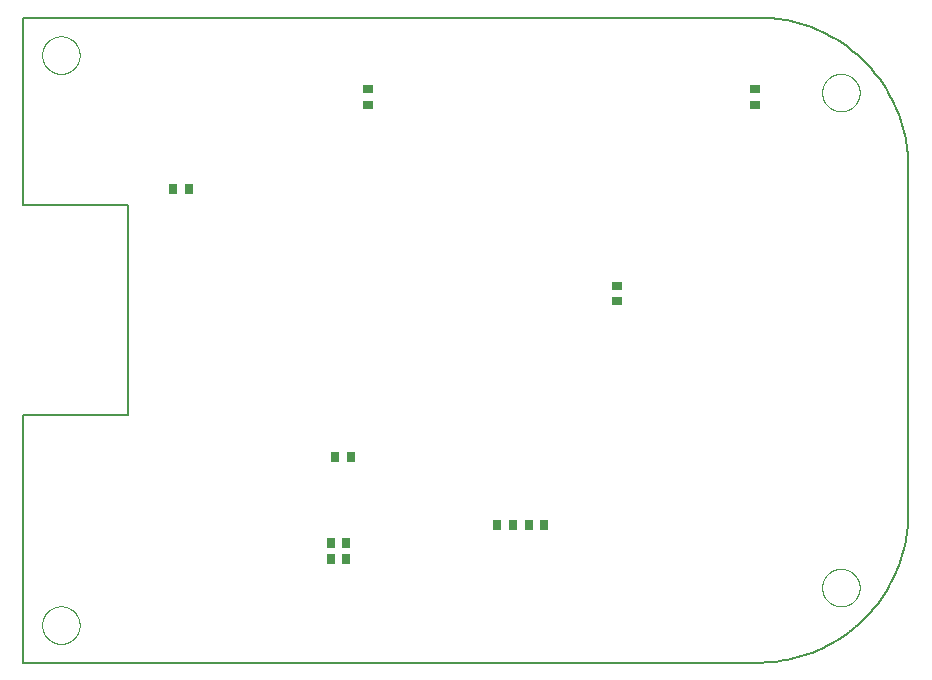
<source format=gbp>
G75*
%MOIN*%
%OFA0B0*%
%FSLAX25Y25*%
%IPPOS*%
%LPD*%
%AMOC8*
5,1,8,0,0,1.08239X$1,22.5*
%
%ADD10C,0.00800*%
%ADD11R,0.02756X0.03543*%
%ADD12C,0.00000*%
%ADD13R,0.03543X0.02756*%
D10*
X0055400Y0026400D02*
X0300400Y0026400D01*
X0301608Y0026415D01*
X0302816Y0026458D01*
X0304022Y0026531D01*
X0305226Y0026633D01*
X0306427Y0026765D01*
X0307624Y0026925D01*
X0308818Y0027114D01*
X0310006Y0027331D01*
X0311189Y0027578D01*
X0312366Y0027853D01*
X0313535Y0028156D01*
X0314697Y0028488D01*
X0315851Y0028847D01*
X0316995Y0029234D01*
X0318130Y0029649D01*
X0319255Y0030091D01*
X0320368Y0030560D01*
X0321470Y0031056D01*
X0322560Y0031579D01*
X0323636Y0032127D01*
X0324699Y0032702D01*
X0325748Y0033302D01*
X0326782Y0033927D01*
X0327801Y0034576D01*
X0328803Y0035251D01*
X0329789Y0035949D01*
X0330758Y0036671D01*
X0331709Y0037416D01*
X0332642Y0038184D01*
X0333556Y0038974D01*
X0334451Y0039787D01*
X0335326Y0040620D01*
X0336180Y0041474D01*
X0337013Y0042349D01*
X0337826Y0043244D01*
X0338616Y0044158D01*
X0339384Y0045091D01*
X0340129Y0046042D01*
X0340851Y0047011D01*
X0341549Y0047997D01*
X0342224Y0048999D01*
X0342873Y0050018D01*
X0343498Y0051052D01*
X0344098Y0052101D01*
X0344673Y0053164D01*
X0345221Y0054240D01*
X0345744Y0055330D01*
X0346240Y0056432D01*
X0346709Y0057545D01*
X0347151Y0058670D01*
X0347566Y0059805D01*
X0347953Y0060949D01*
X0348312Y0062103D01*
X0348644Y0063265D01*
X0348947Y0064434D01*
X0349222Y0065611D01*
X0349469Y0066794D01*
X0349686Y0067982D01*
X0349875Y0069176D01*
X0350035Y0070373D01*
X0350167Y0071574D01*
X0350269Y0072778D01*
X0350342Y0073984D01*
X0350385Y0075192D01*
X0350400Y0076400D01*
X0350400Y0191400D01*
X0350385Y0192608D01*
X0350342Y0193816D01*
X0350269Y0195022D01*
X0350167Y0196226D01*
X0350035Y0197427D01*
X0349875Y0198624D01*
X0349686Y0199818D01*
X0349469Y0201006D01*
X0349222Y0202189D01*
X0348947Y0203366D01*
X0348644Y0204535D01*
X0348312Y0205697D01*
X0347953Y0206851D01*
X0347566Y0207995D01*
X0347151Y0209130D01*
X0346709Y0210255D01*
X0346240Y0211368D01*
X0345744Y0212470D01*
X0345221Y0213560D01*
X0344673Y0214636D01*
X0344098Y0215699D01*
X0343498Y0216748D01*
X0342873Y0217782D01*
X0342224Y0218801D01*
X0341549Y0219803D01*
X0340851Y0220789D01*
X0340129Y0221758D01*
X0339384Y0222709D01*
X0338616Y0223642D01*
X0337826Y0224556D01*
X0337013Y0225451D01*
X0336180Y0226326D01*
X0335326Y0227180D01*
X0334451Y0228013D01*
X0333556Y0228826D01*
X0332642Y0229616D01*
X0331709Y0230384D01*
X0330758Y0231129D01*
X0329789Y0231851D01*
X0328803Y0232549D01*
X0327801Y0233224D01*
X0326782Y0233873D01*
X0325748Y0234498D01*
X0324699Y0235098D01*
X0323636Y0235673D01*
X0322560Y0236221D01*
X0321470Y0236744D01*
X0320368Y0237240D01*
X0319255Y0237709D01*
X0318130Y0238151D01*
X0316995Y0238566D01*
X0315851Y0238953D01*
X0314697Y0239312D01*
X0313535Y0239644D01*
X0312366Y0239947D01*
X0311189Y0240222D01*
X0310006Y0240469D01*
X0308818Y0240686D01*
X0307624Y0240875D01*
X0306427Y0241035D01*
X0305226Y0241167D01*
X0304022Y0241269D01*
X0302816Y0241342D01*
X0301608Y0241385D01*
X0300400Y0241400D01*
X0055400Y0241400D01*
X0055400Y0178900D01*
X0090400Y0178900D01*
X0090400Y0108900D01*
X0055400Y0108900D01*
X0055400Y0026400D01*
D11*
X0157841Y0060900D03*
X0162959Y0060900D03*
X0162959Y0066400D03*
X0157841Y0066400D03*
X0159341Y0094900D03*
X0164459Y0094900D03*
X0213341Y0072400D03*
X0218459Y0072400D03*
X0223841Y0072400D03*
X0228959Y0072400D03*
X0110459Y0184400D03*
X0105341Y0184400D03*
D12*
X0061650Y0228900D02*
X0061652Y0229058D01*
X0061658Y0229215D01*
X0061668Y0229373D01*
X0061682Y0229530D01*
X0061700Y0229686D01*
X0061721Y0229843D01*
X0061747Y0229998D01*
X0061777Y0230153D01*
X0061810Y0230307D01*
X0061848Y0230460D01*
X0061889Y0230613D01*
X0061934Y0230764D01*
X0061983Y0230914D01*
X0062036Y0231062D01*
X0062092Y0231210D01*
X0062153Y0231355D01*
X0062216Y0231500D01*
X0062284Y0231642D01*
X0062355Y0231783D01*
X0062429Y0231922D01*
X0062507Y0232059D01*
X0062589Y0232194D01*
X0062673Y0232327D01*
X0062762Y0232458D01*
X0062853Y0232586D01*
X0062948Y0232713D01*
X0063045Y0232836D01*
X0063146Y0232958D01*
X0063250Y0233076D01*
X0063357Y0233192D01*
X0063467Y0233305D01*
X0063579Y0233416D01*
X0063695Y0233523D01*
X0063813Y0233628D01*
X0063933Y0233730D01*
X0064056Y0233828D01*
X0064182Y0233924D01*
X0064310Y0234016D01*
X0064440Y0234105D01*
X0064572Y0234191D01*
X0064707Y0234273D01*
X0064844Y0234352D01*
X0064982Y0234427D01*
X0065122Y0234499D01*
X0065265Y0234567D01*
X0065408Y0234632D01*
X0065554Y0234693D01*
X0065701Y0234750D01*
X0065849Y0234804D01*
X0065999Y0234854D01*
X0066149Y0234900D01*
X0066301Y0234942D01*
X0066454Y0234981D01*
X0066608Y0235015D01*
X0066763Y0235046D01*
X0066918Y0235072D01*
X0067074Y0235095D01*
X0067231Y0235114D01*
X0067388Y0235129D01*
X0067545Y0235140D01*
X0067703Y0235147D01*
X0067861Y0235150D01*
X0068018Y0235149D01*
X0068176Y0235144D01*
X0068333Y0235135D01*
X0068491Y0235122D01*
X0068647Y0235105D01*
X0068804Y0235084D01*
X0068959Y0235060D01*
X0069114Y0235031D01*
X0069269Y0234998D01*
X0069422Y0234962D01*
X0069575Y0234921D01*
X0069726Y0234877D01*
X0069876Y0234829D01*
X0070025Y0234778D01*
X0070173Y0234722D01*
X0070319Y0234663D01*
X0070464Y0234600D01*
X0070607Y0234533D01*
X0070748Y0234463D01*
X0070887Y0234390D01*
X0071025Y0234313D01*
X0071161Y0234232D01*
X0071294Y0234148D01*
X0071425Y0234061D01*
X0071554Y0233970D01*
X0071681Y0233876D01*
X0071806Y0233779D01*
X0071927Y0233679D01*
X0072047Y0233576D01*
X0072163Y0233470D01*
X0072277Y0233361D01*
X0072389Y0233249D01*
X0072497Y0233135D01*
X0072602Y0233017D01*
X0072705Y0232897D01*
X0072804Y0232775D01*
X0072900Y0232650D01*
X0072993Y0232522D01*
X0073083Y0232393D01*
X0073169Y0232261D01*
X0073253Y0232127D01*
X0073332Y0231991D01*
X0073409Y0231853D01*
X0073481Y0231713D01*
X0073550Y0231571D01*
X0073616Y0231428D01*
X0073678Y0231283D01*
X0073736Y0231136D01*
X0073791Y0230988D01*
X0073842Y0230839D01*
X0073889Y0230688D01*
X0073932Y0230537D01*
X0073971Y0230384D01*
X0074007Y0230230D01*
X0074038Y0230076D01*
X0074066Y0229921D01*
X0074090Y0229765D01*
X0074110Y0229608D01*
X0074126Y0229451D01*
X0074138Y0229294D01*
X0074146Y0229137D01*
X0074150Y0228979D01*
X0074150Y0228821D01*
X0074146Y0228663D01*
X0074138Y0228506D01*
X0074126Y0228349D01*
X0074110Y0228192D01*
X0074090Y0228035D01*
X0074066Y0227879D01*
X0074038Y0227724D01*
X0074007Y0227570D01*
X0073971Y0227416D01*
X0073932Y0227263D01*
X0073889Y0227112D01*
X0073842Y0226961D01*
X0073791Y0226812D01*
X0073736Y0226664D01*
X0073678Y0226517D01*
X0073616Y0226372D01*
X0073550Y0226229D01*
X0073481Y0226087D01*
X0073409Y0225947D01*
X0073332Y0225809D01*
X0073253Y0225673D01*
X0073169Y0225539D01*
X0073083Y0225407D01*
X0072993Y0225278D01*
X0072900Y0225150D01*
X0072804Y0225025D01*
X0072705Y0224903D01*
X0072602Y0224783D01*
X0072497Y0224665D01*
X0072389Y0224551D01*
X0072277Y0224439D01*
X0072163Y0224330D01*
X0072047Y0224224D01*
X0071927Y0224121D01*
X0071806Y0224021D01*
X0071681Y0223924D01*
X0071554Y0223830D01*
X0071425Y0223739D01*
X0071294Y0223652D01*
X0071161Y0223568D01*
X0071025Y0223487D01*
X0070887Y0223410D01*
X0070748Y0223337D01*
X0070607Y0223267D01*
X0070464Y0223200D01*
X0070319Y0223137D01*
X0070173Y0223078D01*
X0070025Y0223022D01*
X0069876Y0222971D01*
X0069726Y0222923D01*
X0069575Y0222879D01*
X0069422Y0222838D01*
X0069269Y0222802D01*
X0069114Y0222769D01*
X0068959Y0222740D01*
X0068804Y0222716D01*
X0068647Y0222695D01*
X0068491Y0222678D01*
X0068333Y0222665D01*
X0068176Y0222656D01*
X0068018Y0222651D01*
X0067861Y0222650D01*
X0067703Y0222653D01*
X0067545Y0222660D01*
X0067388Y0222671D01*
X0067231Y0222686D01*
X0067074Y0222705D01*
X0066918Y0222728D01*
X0066763Y0222754D01*
X0066608Y0222785D01*
X0066454Y0222819D01*
X0066301Y0222858D01*
X0066149Y0222900D01*
X0065999Y0222946D01*
X0065849Y0222996D01*
X0065701Y0223050D01*
X0065554Y0223107D01*
X0065408Y0223168D01*
X0065265Y0223233D01*
X0065122Y0223301D01*
X0064982Y0223373D01*
X0064844Y0223448D01*
X0064707Y0223527D01*
X0064572Y0223609D01*
X0064440Y0223695D01*
X0064310Y0223784D01*
X0064182Y0223876D01*
X0064056Y0223972D01*
X0063933Y0224070D01*
X0063813Y0224172D01*
X0063695Y0224277D01*
X0063579Y0224384D01*
X0063467Y0224495D01*
X0063357Y0224608D01*
X0063250Y0224724D01*
X0063146Y0224842D01*
X0063045Y0224964D01*
X0062948Y0225087D01*
X0062853Y0225214D01*
X0062762Y0225342D01*
X0062673Y0225473D01*
X0062589Y0225606D01*
X0062507Y0225741D01*
X0062429Y0225878D01*
X0062355Y0226017D01*
X0062284Y0226158D01*
X0062216Y0226300D01*
X0062153Y0226445D01*
X0062092Y0226590D01*
X0062036Y0226738D01*
X0061983Y0226886D01*
X0061934Y0227036D01*
X0061889Y0227187D01*
X0061848Y0227340D01*
X0061810Y0227493D01*
X0061777Y0227647D01*
X0061747Y0227802D01*
X0061721Y0227957D01*
X0061700Y0228114D01*
X0061682Y0228270D01*
X0061668Y0228427D01*
X0061658Y0228585D01*
X0061652Y0228742D01*
X0061650Y0228900D01*
X0061650Y0038900D02*
X0061652Y0039058D01*
X0061658Y0039215D01*
X0061668Y0039373D01*
X0061682Y0039530D01*
X0061700Y0039686D01*
X0061721Y0039843D01*
X0061747Y0039998D01*
X0061777Y0040153D01*
X0061810Y0040307D01*
X0061848Y0040460D01*
X0061889Y0040613D01*
X0061934Y0040764D01*
X0061983Y0040914D01*
X0062036Y0041062D01*
X0062092Y0041210D01*
X0062153Y0041355D01*
X0062216Y0041500D01*
X0062284Y0041642D01*
X0062355Y0041783D01*
X0062429Y0041922D01*
X0062507Y0042059D01*
X0062589Y0042194D01*
X0062673Y0042327D01*
X0062762Y0042458D01*
X0062853Y0042586D01*
X0062948Y0042713D01*
X0063045Y0042836D01*
X0063146Y0042958D01*
X0063250Y0043076D01*
X0063357Y0043192D01*
X0063467Y0043305D01*
X0063579Y0043416D01*
X0063695Y0043523D01*
X0063813Y0043628D01*
X0063933Y0043730D01*
X0064056Y0043828D01*
X0064182Y0043924D01*
X0064310Y0044016D01*
X0064440Y0044105D01*
X0064572Y0044191D01*
X0064707Y0044273D01*
X0064844Y0044352D01*
X0064982Y0044427D01*
X0065122Y0044499D01*
X0065265Y0044567D01*
X0065408Y0044632D01*
X0065554Y0044693D01*
X0065701Y0044750D01*
X0065849Y0044804D01*
X0065999Y0044854D01*
X0066149Y0044900D01*
X0066301Y0044942D01*
X0066454Y0044981D01*
X0066608Y0045015D01*
X0066763Y0045046D01*
X0066918Y0045072D01*
X0067074Y0045095D01*
X0067231Y0045114D01*
X0067388Y0045129D01*
X0067545Y0045140D01*
X0067703Y0045147D01*
X0067861Y0045150D01*
X0068018Y0045149D01*
X0068176Y0045144D01*
X0068333Y0045135D01*
X0068491Y0045122D01*
X0068647Y0045105D01*
X0068804Y0045084D01*
X0068959Y0045060D01*
X0069114Y0045031D01*
X0069269Y0044998D01*
X0069422Y0044962D01*
X0069575Y0044921D01*
X0069726Y0044877D01*
X0069876Y0044829D01*
X0070025Y0044778D01*
X0070173Y0044722D01*
X0070319Y0044663D01*
X0070464Y0044600D01*
X0070607Y0044533D01*
X0070748Y0044463D01*
X0070887Y0044390D01*
X0071025Y0044313D01*
X0071161Y0044232D01*
X0071294Y0044148D01*
X0071425Y0044061D01*
X0071554Y0043970D01*
X0071681Y0043876D01*
X0071806Y0043779D01*
X0071927Y0043679D01*
X0072047Y0043576D01*
X0072163Y0043470D01*
X0072277Y0043361D01*
X0072389Y0043249D01*
X0072497Y0043135D01*
X0072602Y0043017D01*
X0072705Y0042897D01*
X0072804Y0042775D01*
X0072900Y0042650D01*
X0072993Y0042522D01*
X0073083Y0042393D01*
X0073169Y0042261D01*
X0073253Y0042127D01*
X0073332Y0041991D01*
X0073409Y0041853D01*
X0073481Y0041713D01*
X0073550Y0041571D01*
X0073616Y0041428D01*
X0073678Y0041283D01*
X0073736Y0041136D01*
X0073791Y0040988D01*
X0073842Y0040839D01*
X0073889Y0040688D01*
X0073932Y0040537D01*
X0073971Y0040384D01*
X0074007Y0040230D01*
X0074038Y0040076D01*
X0074066Y0039921D01*
X0074090Y0039765D01*
X0074110Y0039608D01*
X0074126Y0039451D01*
X0074138Y0039294D01*
X0074146Y0039137D01*
X0074150Y0038979D01*
X0074150Y0038821D01*
X0074146Y0038663D01*
X0074138Y0038506D01*
X0074126Y0038349D01*
X0074110Y0038192D01*
X0074090Y0038035D01*
X0074066Y0037879D01*
X0074038Y0037724D01*
X0074007Y0037570D01*
X0073971Y0037416D01*
X0073932Y0037263D01*
X0073889Y0037112D01*
X0073842Y0036961D01*
X0073791Y0036812D01*
X0073736Y0036664D01*
X0073678Y0036517D01*
X0073616Y0036372D01*
X0073550Y0036229D01*
X0073481Y0036087D01*
X0073409Y0035947D01*
X0073332Y0035809D01*
X0073253Y0035673D01*
X0073169Y0035539D01*
X0073083Y0035407D01*
X0072993Y0035278D01*
X0072900Y0035150D01*
X0072804Y0035025D01*
X0072705Y0034903D01*
X0072602Y0034783D01*
X0072497Y0034665D01*
X0072389Y0034551D01*
X0072277Y0034439D01*
X0072163Y0034330D01*
X0072047Y0034224D01*
X0071927Y0034121D01*
X0071806Y0034021D01*
X0071681Y0033924D01*
X0071554Y0033830D01*
X0071425Y0033739D01*
X0071294Y0033652D01*
X0071161Y0033568D01*
X0071025Y0033487D01*
X0070887Y0033410D01*
X0070748Y0033337D01*
X0070607Y0033267D01*
X0070464Y0033200D01*
X0070319Y0033137D01*
X0070173Y0033078D01*
X0070025Y0033022D01*
X0069876Y0032971D01*
X0069726Y0032923D01*
X0069575Y0032879D01*
X0069422Y0032838D01*
X0069269Y0032802D01*
X0069114Y0032769D01*
X0068959Y0032740D01*
X0068804Y0032716D01*
X0068647Y0032695D01*
X0068491Y0032678D01*
X0068333Y0032665D01*
X0068176Y0032656D01*
X0068018Y0032651D01*
X0067861Y0032650D01*
X0067703Y0032653D01*
X0067545Y0032660D01*
X0067388Y0032671D01*
X0067231Y0032686D01*
X0067074Y0032705D01*
X0066918Y0032728D01*
X0066763Y0032754D01*
X0066608Y0032785D01*
X0066454Y0032819D01*
X0066301Y0032858D01*
X0066149Y0032900D01*
X0065999Y0032946D01*
X0065849Y0032996D01*
X0065701Y0033050D01*
X0065554Y0033107D01*
X0065408Y0033168D01*
X0065265Y0033233D01*
X0065122Y0033301D01*
X0064982Y0033373D01*
X0064844Y0033448D01*
X0064707Y0033527D01*
X0064572Y0033609D01*
X0064440Y0033695D01*
X0064310Y0033784D01*
X0064182Y0033876D01*
X0064056Y0033972D01*
X0063933Y0034070D01*
X0063813Y0034172D01*
X0063695Y0034277D01*
X0063579Y0034384D01*
X0063467Y0034495D01*
X0063357Y0034608D01*
X0063250Y0034724D01*
X0063146Y0034842D01*
X0063045Y0034964D01*
X0062948Y0035087D01*
X0062853Y0035214D01*
X0062762Y0035342D01*
X0062673Y0035473D01*
X0062589Y0035606D01*
X0062507Y0035741D01*
X0062429Y0035878D01*
X0062355Y0036017D01*
X0062284Y0036158D01*
X0062216Y0036300D01*
X0062153Y0036445D01*
X0062092Y0036590D01*
X0062036Y0036738D01*
X0061983Y0036886D01*
X0061934Y0037036D01*
X0061889Y0037187D01*
X0061848Y0037340D01*
X0061810Y0037493D01*
X0061777Y0037647D01*
X0061747Y0037802D01*
X0061721Y0037957D01*
X0061700Y0038114D01*
X0061682Y0038270D01*
X0061668Y0038427D01*
X0061658Y0038585D01*
X0061652Y0038742D01*
X0061650Y0038900D01*
X0321650Y0051400D02*
X0321652Y0051558D01*
X0321658Y0051715D01*
X0321668Y0051873D01*
X0321682Y0052030D01*
X0321700Y0052186D01*
X0321721Y0052343D01*
X0321747Y0052498D01*
X0321777Y0052653D01*
X0321810Y0052807D01*
X0321848Y0052960D01*
X0321889Y0053113D01*
X0321934Y0053264D01*
X0321983Y0053414D01*
X0322036Y0053562D01*
X0322092Y0053710D01*
X0322153Y0053855D01*
X0322216Y0054000D01*
X0322284Y0054142D01*
X0322355Y0054283D01*
X0322429Y0054422D01*
X0322507Y0054559D01*
X0322589Y0054694D01*
X0322673Y0054827D01*
X0322762Y0054958D01*
X0322853Y0055086D01*
X0322948Y0055213D01*
X0323045Y0055336D01*
X0323146Y0055458D01*
X0323250Y0055576D01*
X0323357Y0055692D01*
X0323467Y0055805D01*
X0323579Y0055916D01*
X0323695Y0056023D01*
X0323813Y0056128D01*
X0323933Y0056230D01*
X0324056Y0056328D01*
X0324182Y0056424D01*
X0324310Y0056516D01*
X0324440Y0056605D01*
X0324572Y0056691D01*
X0324707Y0056773D01*
X0324844Y0056852D01*
X0324982Y0056927D01*
X0325122Y0056999D01*
X0325265Y0057067D01*
X0325408Y0057132D01*
X0325554Y0057193D01*
X0325701Y0057250D01*
X0325849Y0057304D01*
X0325999Y0057354D01*
X0326149Y0057400D01*
X0326301Y0057442D01*
X0326454Y0057481D01*
X0326608Y0057515D01*
X0326763Y0057546D01*
X0326918Y0057572D01*
X0327074Y0057595D01*
X0327231Y0057614D01*
X0327388Y0057629D01*
X0327545Y0057640D01*
X0327703Y0057647D01*
X0327861Y0057650D01*
X0328018Y0057649D01*
X0328176Y0057644D01*
X0328333Y0057635D01*
X0328491Y0057622D01*
X0328647Y0057605D01*
X0328804Y0057584D01*
X0328959Y0057560D01*
X0329114Y0057531D01*
X0329269Y0057498D01*
X0329422Y0057462D01*
X0329575Y0057421D01*
X0329726Y0057377D01*
X0329876Y0057329D01*
X0330025Y0057278D01*
X0330173Y0057222D01*
X0330319Y0057163D01*
X0330464Y0057100D01*
X0330607Y0057033D01*
X0330748Y0056963D01*
X0330887Y0056890D01*
X0331025Y0056813D01*
X0331161Y0056732D01*
X0331294Y0056648D01*
X0331425Y0056561D01*
X0331554Y0056470D01*
X0331681Y0056376D01*
X0331806Y0056279D01*
X0331927Y0056179D01*
X0332047Y0056076D01*
X0332163Y0055970D01*
X0332277Y0055861D01*
X0332389Y0055749D01*
X0332497Y0055635D01*
X0332602Y0055517D01*
X0332705Y0055397D01*
X0332804Y0055275D01*
X0332900Y0055150D01*
X0332993Y0055022D01*
X0333083Y0054893D01*
X0333169Y0054761D01*
X0333253Y0054627D01*
X0333332Y0054491D01*
X0333409Y0054353D01*
X0333481Y0054213D01*
X0333550Y0054071D01*
X0333616Y0053928D01*
X0333678Y0053783D01*
X0333736Y0053636D01*
X0333791Y0053488D01*
X0333842Y0053339D01*
X0333889Y0053188D01*
X0333932Y0053037D01*
X0333971Y0052884D01*
X0334007Y0052730D01*
X0334038Y0052576D01*
X0334066Y0052421D01*
X0334090Y0052265D01*
X0334110Y0052108D01*
X0334126Y0051951D01*
X0334138Y0051794D01*
X0334146Y0051637D01*
X0334150Y0051479D01*
X0334150Y0051321D01*
X0334146Y0051163D01*
X0334138Y0051006D01*
X0334126Y0050849D01*
X0334110Y0050692D01*
X0334090Y0050535D01*
X0334066Y0050379D01*
X0334038Y0050224D01*
X0334007Y0050070D01*
X0333971Y0049916D01*
X0333932Y0049763D01*
X0333889Y0049612D01*
X0333842Y0049461D01*
X0333791Y0049312D01*
X0333736Y0049164D01*
X0333678Y0049017D01*
X0333616Y0048872D01*
X0333550Y0048729D01*
X0333481Y0048587D01*
X0333409Y0048447D01*
X0333332Y0048309D01*
X0333253Y0048173D01*
X0333169Y0048039D01*
X0333083Y0047907D01*
X0332993Y0047778D01*
X0332900Y0047650D01*
X0332804Y0047525D01*
X0332705Y0047403D01*
X0332602Y0047283D01*
X0332497Y0047165D01*
X0332389Y0047051D01*
X0332277Y0046939D01*
X0332163Y0046830D01*
X0332047Y0046724D01*
X0331927Y0046621D01*
X0331806Y0046521D01*
X0331681Y0046424D01*
X0331554Y0046330D01*
X0331425Y0046239D01*
X0331294Y0046152D01*
X0331161Y0046068D01*
X0331025Y0045987D01*
X0330887Y0045910D01*
X0330748Y0045837D01*
X0330607Y0045767D01*
X0330464Y0045700D01*
X0330319Y0045637D01*
X0330173Y0045578D01*
X0330025Y0045522D01*
X0329876Y0045471D01*
X0329726Y0045423D01*
X0329575Y0045379D01*
X0329422Y0045338D01*
X0329269Y0045302D01*
X0329114Y0045269D01*
X0328959Y0045240D01*
X0328804Y0045216D01*
X0328647Y0045195D01*
X0328491Y0045178D01*
X0328333Y0045165D01*
X0328176Y0045156D01*
X0328018Y0045151D01*
X0327861Y0045150D01*
X0327703Y0045153D01*
X0327545Y0045160D01*
X0327388Y0045171D01*
X0327231Y0045186D01*
X0327074Y0045205D01*
X0326918Y0045228D01*
X0326763Y0045254D01*
X0326608Y0045285D01*
X0326454Y0045319D01*
X0326301Y0045358D01*
X0326149Y0045400D01*
X0325999Y0045446D01*
X0325849Y0045496D01*
X0325701Y0045550D01*
X0325554Y0045607D01*
X0325408Y0045668D01*
X0325265Y0045733D01*
X0325122Y0045801D01*
X0324982Y0045873D01*
X0324844Y0045948D01*
X0324707Y0046027D01*
X0324572Y0046109D01*
X0324440Y0046195D01*
X0324310Y0046284D01*
X0324182Y0046376D01*
X0324056Y0046472D01*
X0323933Y0046570D01*
X0323813Y0046672D01*
X0323695Y0046777D01*
X0323579Y0046884D01*
X0323467Y0046995D01*
X0323357Y0047108D01*
X0323250Y0047224D01*
X0323146Y0047342D01*
X0323045Y0047464D01*
X0322948Y0047587D01*
X0322853Y0047714D01*
X0322762Y0047842D01*
X0322673Y0047973D01*
X0322589Y0048106D01*
X0322507Y0048241D01*
X0322429Y0048378D01*
X0322355Y0048517D01*
X0322284Y0048658D01*
X0322216Y0048800D01*
X0322153Y0048945D01*
X0322092Y0049090D01*
X0322036Y0049238D01*
X0321983Y0049386D01*
X0321934Y0049536D01*
X0321889Y0049687D01*
X0321848Y0049840D01*
X0321810Y0049993D01*
X0321777Y0050147D01*
X0321747Y0050302D01*
X0321721Y0050457D01*
X0321700Y0050614D01*
X0321682Y0050770D01*
X0321668Y0050927D01*
X0321658Y0051085D01*
X0321652Y0051242D01*
X0321650Y0051400D01*
X0321650Y0216400D02*
X0321652Y0216558D01*
X0321658Y0216715D01*
X0321668Y0216873D01*
X0321682Y0217030D01*
X0321700Y0217186D01*
X0321721Y0217343D01*
X0321747Y0217498D01*
X0321777Y0217653D01*
X0321810Y0217807D01*
X0321848Y0217960D01*
X0321889Y0218113D01*
X0321934Y0218264D01*
X0321983Y0218414D01*
X0322036Y0218562D01*
X0322092Y0218710D01*
X0322153Y0218855D01*
X0322216Y0219000D01*
X0322284Y0219142D01*
X0322355Y0219283D01*
X0322429Y0219422D01*
X0322507Y0219559D01*
X0322589Y0219694D01*
X0322673Y0219827D01*
X0322762Y0219958D01*
X0322853Y0220086D01*
X0322948Y0220213D01*
X0323045Y0220336D01*
X0323146Y0220458D01*
X0323250Y0220576D01*
X0323357Y0220692D01*
X0323467Y0220805D01*
X0323579Y0220916D01*
X0323695Y0221023D01*
X0323813Y0221128D01*
X0323933Y0221230D01*
X0324056Y0221328D01*
X0324182Y0221424D01*
X0324310Y0221516D01*
X0324440Y0221605D01*
X0324572Y0221691D01*
X0324707Y0221773D01*
X0324844Y0221852D01*
X0324982Y0221927D01*
X0325122Y0221999D01*
X0325265Y0222067D01*
X0325408Y0222132D01*
X0325554Y0222193D01*
X0325701Y0222250D01*
X0325849Y0222304D01*
X0325999Y0222354D01*
X0326149Y0222400D01*
X0326301Y0222442D01*
X0326454Y0222481D01*
X0326608Y0222515D01*
X0326763Y0222546D01*
X0326918Y0222572D01*
X0327074Y0222595D01*
X0327231Y0222614D01*
X0327388Y0222629D01*
X0327545Y0222640D01*
X0327703Y0222647D01*
X0327861Y0222650D01*
X0328018Y0222649D01*
X0328176Y0222644D01*
X0328333Y0222635D01*
X0328491Y0222622D01*
X0328647Y0222605D01*
X0328804Y0222584D01*
X0328959Y0222560D01*
X0329114Y0222531D01*
X0329269Y0222498D01*
X0329422Y0222462D01*
X0329575Y0222421D01*
X0329726Y0222377D01*
X0329876Y0222329D01*
X0330025Y0222278D01*
X0330173Y0222222D01*
X0330319Y0222163D01*
X0330464Y0222100D01*
X0330607Y0222033D01*
X0330748Y0221963D01*
X0330887Y0221890D01*
X0331025Y0221813D01*
X0331161Y0221732D01*
X0331294Y0221648D01*
X0331425Y0221561D01*
X0331554Y0221470D01*
X0331681Y0221376D01*
X0331806Y0221279D01*
X0331927Y0221179D01*
X0332047Y0221076D01*
X0332163Y0220970D01*
X0332277Y0220861D01*
X0332389Y0220749D01*
X0332497Y0220635D01*
X0332602Y0220517D01*
X0332705Y0220397D01*
X0332804Y0220275D01*
X0332900Y0220150D01*
X0332993Y0220022D01*
X0333083Y0219893D01*
X0333169Y0219761D01*
X0333253Y0219627D01*
X0333332Y0219491D01*
X0333409Y0219353D01*
X0333481Y0219213D01*
X0333550Y0219071D01*
X0333616Y0218928D01*
X0333678Y0218783D01*
X0333736Y0218636D01*
X0333791Y0218488D01*
X0333842Y0218339D01*
X0333889Y0218188D01*
X0333932Y0218037D01*
X0333971Y0217884D01*
X0334007Y0217730D01*
X0334038Y0217576D01*
X0334066Y0217421D01*
X0334090Y0217265D01*
X0334110Y0217108D01*
X0334126Y0216951D01*
X0334138Y0216794D01*
X0334146Y0216637D01*
X0334150Y0216479D01*
X0334150Y0216321D01*
X0334146Y0216163D01*
X0334138Y0216006D01*
X0334126Y0215849D01*
X0334110Y0215692D01*
X0334090Y0215535D01*
X0334066Y0215379D01*
X0334038Y0215224D01*
X0334007Y0215070D01*
X0333971Y0214916D01*
X0333932Y0214763D01*
X0333889Y0214612D01*
X0333842Y0214461D01*
X0333791Y0214312D01*
X0333736Y0214164D01*
X0333678Y0214017D01*
X0333616Y0213872D01*
X0333550Y0213729D01*
X0333481Y0213587D01*
X0333409Y0213447D01*
X0333332Y0213309D01*
X0333253Y0213173D01*
X0333169Y0213039D01*
X0333083Y0212907D01*
X0332993Y0212778D01*
X0332900Y0212650D01*
X0332804Y0212525D01*
X0332705Y0212403D01*
X0332602Y0212283D01*
X0332497Y0212165D01*
X0332389Y0212051D01*
X0332277Y0211939D01*
X0332163Y0211830D01*
X0332047Y0211724D01*
X0331927Y0211621D01*
X0331806Y0211521D01*
X0331681Y0211424D01*
X0331554Y0211330D01*
X0331425Y0211239D01*
X0331294Y0211152D01*
X0331161Y0211068D01*
X0331025Y0210987D01*
X0330887Y0210910D01*
X0330748Y0210837D01*
X0330607Y0210767D01*
X0330464Y0210700D01*
X0330319Y0210637D01*
X0330173Y0210578D01*
X0330025Y0210522D01*
X0329876Y0210471D01*
X0329726Y0210423D01*
X0329575Y0210379D01*
X0329422Y0210338D01*
X0329269Y0210302D01*
X0329114Y0210269D01*
X0328959Y0210240D01*
X0328804Y0210216D01*
X0328647Y0210195D01*
X0328491Y0210178D01*
X0328333Y0210165D01*
X0328176Y0210156D01*
X0328018Y0210151D01*
X0327861Y0210150D01*
X0327703Y0210153D01*
X0327545Y0210160D01*
X0327388Y0210171D01*
X0327231Y0210186D01*
X0327074Y0210205D01*
X0326918Y0210228D01*
X0326763Y0210254D01*
X0326608Y0210285D01*
X0326454Y0210319D01*
X0326301Y0210358D01*
X0326149Y0210400D01*
X0325999Y0210446D01*
X0325849Y0210496D01*
X0325701Y0210550D01*
X0325554Y0210607D01*
X0325408Y0210668D01*
X0325265Y0210733D01*
X0325122Y0210801D01*
X0324982Y0210873D01*
X0324844Y0210948D01*
X0324707Y0211027D01*
X0324572Y0211109D01*
X0324440Y0211195D01*
X0324310Y0211284D01*
X0324182Y0211376D01*
X0324056Y0211472D01*
X0323933Y0211570D01*
X0323813Y0211672D01*
X0323695Y0211777D01*
X0323579Y0211884D01*
X0323467Y0211995D01*
X0323357Y0212108D01*
X0323250Y0212224D01*
X0323146Y0212342D01*
X0323045Y0212464D01*
X0322948Y0212587D01*
X0322853Y0212714D01*
X0322762Y0212842D01*
X0322673Y0212973D01*
X0322589Y0213106D01*
X0322507Y0213241D01*
X0322429Y0213378D01*
X0322355Y0213517D01*
X0322284Y0213658D01*
X0322216Y0213800D01*
X0322153Y0213945D01*
X0322092Y0214090D01*
X0322036Y0214238D01*
X0321983Y0214386D01*
X0321934Y0214536D01*
X0321889Y0214687D01*
X0321848Y0214840D01*
X0321810Y0214993D01*
X0321777Y0215147D01*
X0321747Y0215302D01*
X0321721Y0215457D01*
X0321700Y0215614D01*
X0321682Y0215770D01*
X0321668Y0215927D01*
X0321658Y0216085D01*
X0321652Y0216242D01*
X0321650Y0216400D01*
D13*
X0299400Y0217459D03*
X0299400Y0212341D03*
X0253400Y0151959D03*
X0253400Y0146841D03*
X0170400Y0212341D03*
X0170400Y0217459D03*
M02*

</source>
